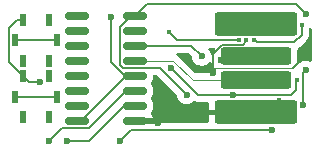
<source format=gbr>
%TF.GenerationSoftware,KiCad,Pcbnew,9.0.3*%
%TF.CreationDate,2025-08-01T16:52:07-04:00*%
%TF.ProjectId,dongle_pcb,646f6e67-6c65-45f7-9063-622e6b696361,rev?*%
%TF.SameCoordinates,Original*%
%TF.FileFunction,Copper,L1,Top*%
%TF.FilePolarity,Positive*%
%FSLAX46Y46*%
G04 Gerber Fmt 4.6, Leading zero omitted, Abs format (unit mm)*
G04 Created by KiCad (PCBNEW 9.0.3) date 2025-08-01 16:52:07*
%MOMM*%
%LPD*%
G01*
G04 APERTURE LIST*
G04 Aperture macros list*
%AMRoundRect*
0 Rectangle with rounded corners*
0 $1 Rounding radius*
0 $2 $3 $4 $5 $6 $7 $8 $9 X,Y pos of 4 corners*
0 Add a 4 corners polygon primitive as box body*
4,1,4,$2,$3,$4,$5,$6,$7,$8,$9,$2,$3,0*
0 Add four circle primitives for the rounded corners*
1,1,$1+$1,$2,$3*
1,1,$1+$1,$4,$5*
1,1,$1+$1,$6,$7*
1,1,$1+$1,$8,$9*
0 Add four rect primitives between the rounded corners*
20,1,$1+$1,$2,$3,$4,$5,0*
20,1,$1+$1,$4,$5,$6,$7,0*
20,1,$1+$1,$6,$7,$8,$9,0*
20,1,$1+$1,$8,$9,$2,$3,0*%
G04 Aperture macros list end*
%TA.AperFunction,SMDPad,CuDef*%
%ADD10R,0.600000X1.000000*%
%TD*%
%TA.AperFunction,SMDPad,CuDef*%
%ADD11R,0.500000X1.000000*%
%TD*%
%TA.AperFunction,SMDPad,CuDef*%
%ADD12RoundRect,0.150000X0.825000X0.150000X-0.825000X0.150000X-0.825000X-0.150000X0.825000X-0.150000X0*%
%TD*%
%TA.AperFunction,SMDPad,CuDef*%
%ADD13RoundRect,0.250000X3.250000X0.750000X-3.250000X0.750000X-3.250000X-0.750000X3.250000X-0.750000X0*%
%TD*%
%TA.AperFunction,SMDPad,CuDef*%
%ADD14RoundRect,0.250000X2.750000X0.500000X-2.750000X0.500000X-2.750000X-0.500000X2.750000X-0.500000X0*%
%TD*%
%TA.AperFunction,ViaPad*%
%ADD15C,0.600000*%
%TD*%
%TA.AperFunction,ViaPad*%
%ADD16C,0.450000*%
%TD*%
%TA.AperFunction,ViaPad*%
%ADD17C,0.400000*%
%TD*%
%TA.AperFunction,Conductor*%
%ADD18C,0.150000*%
%TD*%
%TA.AperFunction,Conductor*%
%ADD19C,0.200000*%
%TD*%
%TA.AperFunction,Conductor*%
%ADD20C,0.100000*%
%TD*%
G04 APERTURE END LIST*
D10*
%TO.P,SW2,1,1*%
%TO.N,Net-(U1-RST)*%
X119960000Y-74460000D03*
%TO.P,SW2,2,2*%
%TO.N,unconnected-(SW2-Pad2)*%
X119960000Y-70960000D03*
%TO.P,SW2,3,3*%
%TO.N,GND*%
X117760000Y-70960000D03*
%TO.P,SW2,4,4*%
%TO.N,unconnected-(SW2-Pad4)*%
X117760000Y-74460000D03*
D11*
%TO.P,SW2,5,5*%
%TO.N,unconnected-(SW2-Pad5)*%
X117110000Y-72710000D03*
X120610000Y-72710000D03*
%TD*%
D12*
%TO.P,U3,1,GND*%
%TO.N,GND*%
X127275000Y-79535000D03*
%TO.P,U3,2,TXD*%
%TO.N,Net-(U1-RX)*%
X127275000Y-78265000D03*
%TO.P,U3,3,RXD*%
%TO.N,Net-(U1-TX)*%
X127275000Y-76995000D03*
%TO.P,U3,4,V3*%
%TO.N,+3.3V*%
X127275000Y-75725000D03*
%TO.P,U3,5,UD+*%
%TO.N,D+*%
X127275000Y-74455000D03*
%TO.P,U3,6,UD-*%
%TO.N,D-*%
X127275000Y-73185000D03*
%TO.P,U3,7,XI*%
%TO.N,Net-(U3-XI)*%
X127275000Y-71915000D03*
%TO.P,U3,8,XO*%
%TO.N,Net-(U3-XO)*%
X127275000Y-70645000D03*
%TO.P,U3,9,~{CTS}*%
%TO.N,unconnected-(U3-~{CTS}-Pad9)*%
X122325000Y-70645000D03*
%TO.P,U3,10,~{DSR}*%
%TO.N,unconnected-(U3-~{DSR}-Pad10)*%
X122325000Y-71915000D03*
%TO.P,U3,11,~{RI}*%
%TO.N,unconnected-(U3-~{RI}-Pad11)*%
X122325000Y-73185000D03*
%TO.P,U3,12,~{DCD}*%
%TO.N,unconnected-(U3-~{DCD}-Pad12)*%
X122325000Y-74455000D03*
%TO.P,U3,13,~{DTR}*%
%TO.N,unconnected-(U3-~{DTR}-Pad13)*%
X122325000Y-75725000D03*
%TO.P,U3,14,~{RTS}*%
%TO.N,unconnected-(U3-~{RTS}-Pad14)*%
X122325000Y-76995000D03*
%TO.P,U3,15,R232*%
%TO.N,unconnected-(U3-R232-Pad15)*%
X122325000Y-78265000D03*
%TO.P,U3,16,VCC*%
%TO.N,+3.3V*%
X122325000Y-79535000D03*
%TD*%
D13*
%TO.P,J2,1,VBUS*%
%TO.N,VBUS*%
X137500000Y-71330000D03*
D14*
%TO.P,J2,2,D-*%
%TO.N,D-*%
X137500000Y-74080000D03*
%TO.P,J2,3,D+*%
%TO.N,D+*%
X137500000Y-76080000D03*
D13*
%TO.P,J2,4,GND*%
%TO.N,GND*%
X137500000Y-78830000D03*
%TD*%
D10*
%TO.P,SW1,1,1*%
%TO.N,Net-(U1-GPIO0)*%
X119960000Y-79230000D03*
%TO.P,SW1,2,2*%
%TO.N,unconnected-(SW1-Pad2)*%
X119960000Y-75730000D03*
%TO.P,SW1,3,3*%
%TO.N,GND*%
X117760000Y-75730000D03*
%TO.P,SW1,4,4*%
%TO.N,unconnected-(SW1-Pad4)*%
X117760000Y-79230000D03*
D11*
%TO.P,SW1,5,5*%
%TO.N,unconnected-(SW1-Pad5)*%
X117110000Y-77480000D03*
X120610000Y-77480000D03*
%TD*%
D15*
%TO.N,GND*%
X141610000Y-73730000D03*
D16*
X136680000Y-72700000D03*
D15*
X127275000Y-79535000D03*
X119160147Y-76242192D03*
X137500000Y-78830000D03*
X129228527Y-79690000D03*
X133820000Y-75530000D03*
D16*
X139440000Y-77810000D03*
D15*
%TO.N,VBUS*%
X135512500Y-71330000D03*
X138087500Y-71330000D03*
%TO.N,+3.3V*%
X141700000Y-75267500D03*
X141500000Y-78180000D03*
X125180000Y-70714000D03*
%TO.N,Net-(U3-XO)*%
X141700000Y-70477500D03*
X131610000Y-77329000D03*
%TO.N,Net-(U3-XI)*%
X130320000Y-75055000D03*
X127275000Y-71915000D03*
X135570000Y-77330000D03*
D16*
X140950000Y-76120000D03*
D15*
%TO.N,D-*%
X132880000Y-74070000D03*
X134490000Y-74430000D03*
D16*
%TO.N,Net-(U2-EN)*%
X137330000Y-72680000D03*
D17*
X141345376Y-71397552D03*
D15*
%TO.N,Net-(U1-GPIO0)*%
X119960000Y-79230000D03*
X125990000Y-81240000D03*
X138850000Y-80290000D03*
D16*
%TO.N,Net-(U1-RST)*%
X136070000Y-72720000D03*
D17*
X130100000Y-72000000D03*
D15*
X119960000Y-74460000D03*
%TO.N,Net-(U1-RX)*%
X121490000Y-81240000D03*
%TO.N,Net-(U1-TX)*%
X119990000Y-81240000D03*
%TD*%
D18*
%TO.N,GND*%
X136387745Y-73111000D02*
X134791000Y-73111000D01*
D19*
X118272192Y-76242192D02*
X117760000Y-75730000D01*
D18*
X134790000Y-73110000D02*
X134610618Y-73110000D01*
X133820000Y-73900618D02*
X133820000Y-75530000D01*
D19*
X141043341Y-74642106D02*
X140595447Y-75090000D01*
D18*
X136680000Y-72700000D02*
X136680000Y-72818745D01*
D19*
X116559000Y-74529000D02*
X116559000Y-71661000D01*
D20*
X133820000Y-75300000D02*
X133820000Y-75530000D01*
D19*
X127275000Y-79535000D02*
X127430000Y-79690000D01*
D18*
X136680000Y-72818745D02*
X136387745Y-73111000D01*
D19*
X117760000Y-75730000D02*
X116559000Y-74529000D01*
X119160147Y-76242192D02*
X118272192Y-76242192D01*
D18*
X141610000Y-73730000D02*
X141610000Y-74075447D01*
D20*
X140595447Y-75090000D02*
X137888500Y-75090000D01*
X134000000Y-75120000D02*
X133820000Y-75300000D01*
D19*
X116559000Y-71661000D02*
X117260000Y-70960000D01*
X127430000Y-79690000D02*
X129228527Y-79690000D01*
D18*
X134610618Y-73110000D02*
X133820000Y-73900618D01*
D20*
X137888500Y-75090000D02*
X134030000Y-75090000D01*
X134030000Y-75090000D02*
X134000000Y-75120000D01*
D19*
X117260000Y-70960000D02*
X117760000Y-70960000D01*
D18*
X141610000Y-74075447D02*
X141043341Y-74642106D01*
X134791000Y-73111000D02*
X134790000Y-73110000D01*
D19*
%TO.N,+3.3V*%
X126481968Y-75725000D02*
X122671968Y-79535000D01*
X125180000Y-74544068D02*
X125180000Y-70714000D01*
X127275000Y-75725000D02*
X126360932Y-75725000D01*
X141500000Y-75467500D02*
X141700000Y-75267500D01*
X122671968Y-79535000D02*
X122325000Y-79535000D01*
X127275000Y-75725000D02*
X126481968Y-75725000D01*
X141500000Y-78180000D02*
X141500000Y-75467500D01*
X126360932Y-75725000D02*
X125180000Y-74544068D01*
%TO.N,Net-(U3-XO)*%
X125999000Y-74795968D02*
X125999000Y-71574032D01*
X126928032Y-70645000D02*
X127275000Y-70645000D01*
X128239000Y-69681000D02*
X140920000Y-69681000D01*
X140920000Y-69681000D02*
X140920000Y-69697500D01*
X125999000Y-71574032D02*
X126928032Y-70645000D01*
X131610000Y-77329000D02*
X129337000Y-75056000D01*
X126259032Y-75056000D02*
X125999000Y-74795968D01*
X129337000Y-75056000D02*
X126259032Y-75056000D01*
X127275000Y-70645000D02*
X128239000Y-69681000D01*
X140920000Y-69697500D02*
X141700000Y-70477500D01*
%TO.N,Net-(U3-XI)*%
X140850000Y-76950000D02*
X140470000Y-77330000D01*
X140950000Y-76120000D02*
X140850000Y-76220000D01*
X140470000Y-77330000D02*
X135570000Y-77330000D01*
X135570000Y-77330000D02*
X132595000Y-77330000D01*
X132595000Y-77330000D02*
X130320000Y-75055000D01*
X140850000Y-76220000D02*
X140850000Y-76950000D01*
D20*
%TO.N,D+*%
X127275000Y-74455000D02*
X130499232Y-74455000D01*
X130499232Y-74455000D02*
X132124232Y-76080000D01*
X132124232Y-76080000D02*
X137500000Y-76080000D01*
D19*
X135463840Y-76080000D02*
X137500000Y-76080000D01*
D18*
%TO.N,D-*%
X127275000Y-73185000D02*
X131995000Y-73185000D01*
X131995000Y-73185000D02*
X132880000Y-74070000D01*
D19*
%TO.N,Net-(U2-EN)*%
X137545000Y-72905000D02*
X137545000Y-72895000D01*
X137545000Y-72895000D02*
X137330000Y-72680000D01*
X141350000Y-71402176D02*
X141350000Y-72266160D01*
X141350000Y-72266160D02*
X140711160Y-72905000D01*
X140711160Y-72905000D02*
X137545000Y-72905000D01*
X141345376Y-71397552D02*
X141350000Y-71402176D01*
%TO.N,Net-(U1-GPIO0)*%
X125990000Y-81240000D02*
X126940000Y-80290000D01*
X126940000Y-80290000D02*
X138850000Y-80290000D01*
%TO.N,Net-(U1-RST)*%
X130835000Y-72735000D02*
X130100000Y-72000000D01*
X136080000Y-72720000D02*
X136065000Y-72735000D01*
X136065000Y-72735000D02*
X130835000Y-72735000D01*
%TO.N,unconnected-(SW1-Pad5)*%
X117110000Y-77480000D02*
X120610000Y-77480000D01*
%TO.N,unconnected-(SW2-Pad5)*%
X117110000Y-72710000D02*
X120610000Y-72710000D01*
%TO.N,Net-(U1-RX)*%
X127275000Y-78265000D02*
X126300001Y-78265000D01*
X123325001Y-81240000D02*
X121490000Y-81240000D01*
X126300001Y-78265000D02*
X123325001Y-81240000D01*
%TO.N,Net-(U1-TX)*%
X127275000Y-76995000D02*
X126481968Y-76995000D01*
X121094000Y-80136000D02*
X119990000Y-81240000D01*
X126481968Y-76995000D02*
X123340968Y-80136000D01*
X123340968Y-80136000D02*
X121094000Y-80136000D01*
%TD*%
%TA.AperFunction,Conductor*%
%TO.N,GND*%
G36*
X129103942Y-75676185D02*
G01*
X129124584Y-75692819D01*
X130775425Y-77343660D01*
X130808910Y-77404983D01*
X130809361Y-77407149D01*
X130840261Y-77562491D01*
X130840264Y-77562501D01*
X130900602Y-77708172D01*
X130900609Y-77708185D01*
X130988210Y-77839288D01*
X130988213Y-77839292D01*
X131099707Y-77950786D01*
X131099711Y-77950789D01*
X131230814Y-78038390D01*
X131230827Y-78038397D01*
X131376498Y-78098735D01*
X131376503Y-78098737D01*
X131531153Y-78129499D01*
X131531156Y-78129500D01*
X131531158Y-78129500D01*
X131688844Y-78129500D01*
X131688845Y-78129499D01*
X131843497Y-78098737D01*
X131989179Y-78038394D01*
X132120289Y-77950789D01*
X132180734Y-77890343D01*
X132242055Y-77856860D01*
X132311747Y-77861844D01*
X132330412Y-77870638D01*
X132363215Y-77889577D01*
X132515943Y-77930501D01*
X132515946Y-77930501D01*
X132681653Y-77930501D01*
X132681669Y-77930500D01*
X133376000Y-77930500D01*
X133443039Y-77950185D01*
X133488794Y-78002989D01*
X133500000Y-78054500D01*
X133500000Y-78580000D01*
X137376000Y-78580000D01*
X137443039Y-78599685D01*
X137488794Y-78652489D01*
X137500000Y-78704000D01*
X137500000Y-78956000D01*
X137480315Y-79023039D01*
X137427511Y-79068794D01*
X137376000Y-79080000D01*
X133500001Y-79080000D01*
X133500001Y-79565500D01*
X133480316Y-79632539D01*
X133427512Y-79678294D01*
X133376001Y-79689500D01*
X127770000Y-79689500D01*
X127770000Y-79285000D01*
X128747295Y-79285000D01*
X128747295Y-79284998D01*
X128747100Y-79282513D01*
X128701281Y-79124801D01*
X128617685Y-78983447D01*
X128612900Y-78977278D01*
X128615366Y-78975364D01*
X128588802Y-78926776D01*
X128593749Y-78857082D01*
X128614856Y-78824232D01*
X128613301Y-78823026D01*
X128618077Y-78816868D01*
X128618081Y-78816865D01*
X128701744Y-78675398D01*
X128747598Y-78517569D01*
X128750500Y-78480694D01*
X128750500Y-78049306D01*
X128747598Y-78012431D01*
X128729689Y-77950790D01*
X128707029Y-77872794D01*
X128701744Y-77854602D01*
X128618081Y-77713135D01*
X128618078Y-77713132D01*
X128613298Y-77706969D01*
X128615750Y-77705066D01*
X128589155Y-77656421D01*
X128594104Y-77586726D01*
X128614940Y-77554304D01*
X128613298Y-77553031D01*
X128618075Y-77546870D01*
X128618081Y-77546865D01*
X128701744Y-77405398D01*
X128747598Y-77247569D01*
X128750500Y-77210694D01*
X128750500Y-76779306D01*
X128747598Y-76742431D01*
X128743841Y-76729500D01*
X128701745Y-76584606D01*
X128701744Y-76584603D01*
X128701744Y-76584602D01*
X128618081Y-76443135D01*
X128618078Y-76443132D01*
X128613298Y-76436969D01*
X128615750Y-76435066D01*
X128589155Y-76386421D01*
X128594104Y-76316726D01*
X128614940Y-76284304D01*
X128613298Y-76283031D01*
X128618075Y-76276870D01*
X128618081Y-76276865D01*
X128701744Y-76135398D01*
X128747598Y-75977569D01*
X128750500Y-75940694D01*
X128750500Y-75780500D01*
X128753050Y-75771814D01*
X128751762Y-75762853D01*
X128762740Y-75738812D01*
X128770185Y-75713461D01*
X128777025Y-75707533D01*
X128780787Y-75699297D01*
X128803021Y-75685007D01*
X128822989Y-75667706D01*
X128833503Y-75665418D01*
X128839565Y-75661523D01*
X128874500Y-75656500D01*
X129036903Y-75656500D01*
X129103942Y-75676185D01*
G37*
%TD.AperFunction*%
%TA.AperFunction,Conductor*%
G36*
X131772297Y-73780185D02*
G01*
X131792939Y-73796819D01*
X132043181Y-74047061D01*
X132076666Y-74108384D01*
X132079500Y-74134742D01*
X132079500Y-74148846D01*
X132110261Y-74303489D01*
X132110264Y-74303501D01*
X132170602Y-74449172D01*
X132170609Y-74449185D01*
X132258210Y-74580288D01*
X132258213Y-74580292D01*
X132369707Y-74691786D01*
X132369711Y-74691789D01*
X132500814Y-74779390D01*
X132500827Y-74779397D01*
X132646498Y-74839735D01*
X132646503Y-74839737D01*
X132801153Y-74870499D01*
X132801156Y-74870500D01*
X132801158Y-74870500D01*
X132958844Y-74870500D01*
X132958845Y-74870499D01*
X133113497Y-74839737D01*
X133259179Y-74779394D01*
X133390289Y-74691789D01*
X133443576Y-74638502D01*
X133506097Y-74575982D01*
X133508170Y-74578055D01*
X133555417Y-74545682D01*
X133625257Y-74543620D01*
X133685124Y-74579642D01*
X133715466Y-74639384D01*
X133720261Y-74663491D01*
X133720264Y-74663501D01*
X133780602Y-74809172D01*
X133780609Y-74809185D01*
X133868210Y-74940288D01*
X133868213Y-74940292D01*
X133979707Y-75051786D01*
X133979711Y-75051789D01*
X134032055Y-75086765D01*
X134076860Y-75140378D01*
X134085567Y-75209703D01*
X134080227Y-75230761D01*
X134075780Y-75243488D01*
X134065186Y-75260666D01*
X134010001Y-75427203D01*
X134009338Y-75433688D01*
X134004900Y-75446394D01*
X133988894Y-75468734D01*
X133975801Y-75492898D01*
X133968837Y-75496729D01*
X133964208Y-75503191D01*
X133938665Y-75513331D01*
X133914586Y-75526581D01*
X133901768Y-75527979D01*
X133899269Y-75528972D01*
X133896908Y-75528510D01*
X133887837Y-75529500D01*
X132403619Y-75529500D01*
X132336580Y-75509815D01*
X132315938Y-75493181D01*
X130837246Y-74014489D01*
X130818124Y-74003449D01*
X130798097Y-73991887D01*
X130749882Y-73941321D01*
X130736658Y-73872714D01*
X130762626Y-73807849D01*
X130819539Y-73767320D01*
X130860097Y-73760500D01*
X131705258Y-73760500D01*
X131772297Y-73780185D01*
G37*
%TD.AperFunction*%
%TA.AperFunction,Conductor*%
G36*
X142148941Y-71687921D02*
G01*
X142191299Y-71743487D01*
X142199500Y-71787833D01*
X142199500Y-74422365D01*
X142179815Y-74489404D01*
X142127011Y-74535159D01*
X142057853Y-74545103D01*
X142028048Y-74536927D01*
X142023780Y-74535159D01*
X141933497Y-74497763D01*
X141933494Y-74497762D01*
X141933491Y-74497761D01*
X141778845Y-74467000D01*
X141778842Y-74467000D01*
X141621158Y-74467000D01*
X141621155Y-74467000D01*
X141466510Y-74497761D01*
X141466498Y-74497764D01*
X141320827Y-74558102D01*
X141320816Y-74558108D01*
X141193389Y-74643252D01*
X141126712Y-74664129D01*
X141059332Y-74645644D01*
X141012642Y-74593665D01*
X141000499Y-74540153D01*
X141000499Y-73529992D01*
X140999141Y-73516701D01*
X141011906Y-73448009D01*
X141038780Y-73412621D01*
X141048767Y-73403480D01*
X141079876Y-73385520D01*
X141191680Y-73273716D01*
X141191681Y-73273713D01*
X141708506Y-72756888D01*
X141708511Y-72756884D01*
X141718714Y-72746680D01*
X141718716Y-72746680D01*
X141830520Y-72634876D01*
X141845171Y-72609500D01*
X141905344Y-72505277D01*
X141905346Y-72505271D01*
X141909577Y-72497945D01*
X141950500Y-72345218D01*
X141950500Y-72187103D01*
X141950500Y-71789703D01*
X141954013Y-71775681D01*
X141953108Y-71764404D01*
X141965153Y-71731229D01*
X141966153Y-71729359D01*
X142015125Y-71679524D01*
X142083266Y-71664076D01*
X142148941Y-71687921D01*
G37*
%TD.AperFunction*%
%TA.AperFunction,Conductor*%
G36*
X133949095Y-73355185D02*
G01*
X133994850Y-73407989D01*
X134005414Y-73472103D01*
X133999500Y-73529983D01*
X133999500Y-73737059D01*
X133990855Y-73766500D01*
X133984336Y-73796478D01*
X133980578Y-73801497D01*
X133979815Y-73804098D01*
X133963187Y-73824734D01*
X133956090Y-73831831D01*
X133868211Y-73919711D01*
X133868186Y-73919748D01*
X133863837Y-73924098D01*
X133837793Y-73938321D01*
X133813100Y-73954790D01*
X133807463Y-73954885D01*
X133802517Y-73957587D01*
X133772915Y-73955472D01*
X133743240Y-73955976D01*
X133738447Y-73953009D01*
X133732825Y-73952608D01*
X133709066Y-73934825D01*
X133683829Y-73919205D01*
X133681216Y-73913979D01*
X133676888Y-73910740D01*
X133668929Y-73889405D01*
X133654533Y-73860614D01*
X133649737Y-73836503D01*
X133635237Y-73801497D01*
X133589397Y-73690827D01*
X133589390Y-73690814D01*
X133501789Y-73559711D01*
X133501786Y-73559707D01*
X133489260Y-73547181D01*
X133455775Y-73485858D01*
X133460759Y-73416166D01*
X133502631Y-73360233D01*
X133568095Y-73335816D01*
X133576941Y-73335500D01*
X133882056Y-73335500D01*
X133949095Y-73355185D01*
G37*
%TD.AperFunction*%
%TD*%
M02*

</source>
